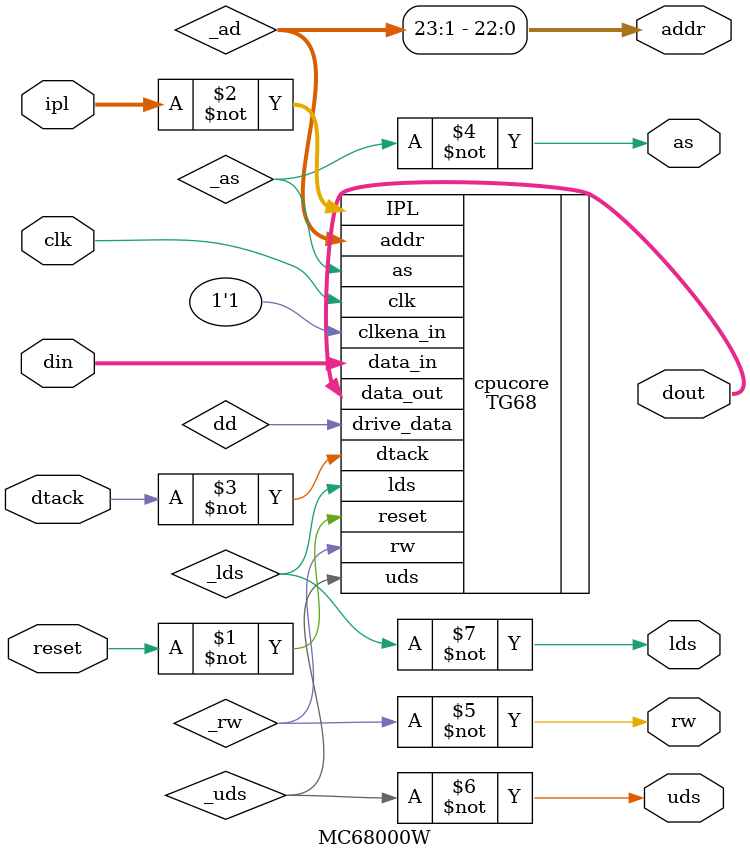
<source format=v>

module MAIN
(
	input				cpuclk,

	input				reset,
	output			clk,
	output [22:0]	adr,
	output			as,
	output			rw,
	output			lds,
	output			uds,
	output [15:0]	od,

	input	  [2:0]	ipl,

	input				inp_dtack,
	input				inp_dv,
	input  [15:0]	inp_dt,

	input				vid_dtack,
	input				vid_dv,
	input  [15:0]	vid_dt,
	
	input				snd_dtack,
	input				snd_dv,
	input  [15:0]	snd_dt,
	

	input				DLCL,		// Downloaded ROM image
	input  [16:0]	DLAD,
	input   [7:0]	DLDT,
	input				DLEN
);
// Program ROM
wire [15:0] rom_dt;
wire			rom_dv;
wire			rom_dtack;
PROGROM prog( reset, clk, adr, as, rw, lds, uds, rom_dtack, rom_dv, rom_dt, DLCL,DLAD,DLDT,DLEN );

// Work RAM
wire [15:0] wrm_dt;
wire			wrm_dv;
wire			wrm_dtack;
WORKRAM wram( reset, clk, adr, as, rw, lds, uds, od, wrm_dtack, wrm_dv, wrm_dt );

// DataBus
wire	dtack =
			inp_dtack |
			vid_dtack |
			snd_dtack |
			wrm_dtack |
			rom_dtack ;

wire [15:0] din;
DSEL5x16 mcpudsel( din,
			inp_dv, inp_dt,
			vid_dv, vid_dt,
			snd_dv, snd_dt,
			wrm_dv, wrm_dt,
			rom_dv, rom_dt
);

// CPU core
MC68000W cpu
(
	.clk(cpuclk),
	.reset(reset),
	.din(din),
	.ipl(ipl),
	.dtack(dtack),
	.addr(adr),
	.dout(od),
	.as(as),
	.uds(uds),
	.lds(lds),
	.rw(rw)
);

assign clk = ~cpuclk;

endmodule


module DSEL5x16
(
	output [15:0] odt, 

	input en0, input [15:0] dt0,
	input en1, input [15:0] dt1,
	input en2, input [15:0] dt2,
	input en3, input [15:0] dt3,
	input en4, input [15:0] dt4
);

assign odt = en0 ? dt0 :
				 en1 ? dt1 :
				 en2 ? dt2 :
				 en3 ? dt3 :
				 en4 ? dt4 :
				 16'h0;

endmodule


module PROGROM
(
	input				reset,
	input				cl,
	input  [22:0]	ad,
	input				as,
	input				rw,
	input				lds,
	input				uds,
	output reg		dtack,
	output			dv,
	output [15:0]	dt,

	input				DLCL,		// Downloaded ROM image
	input  [16:0]	DLAD,
	input   [7:0]	DLDT,
	input				DLEN
);

// Address decoder
wire rom_cs = as & (ad[22:21]==2'b00) & (ad[15]==1'b0) & (lds|uds); 

// DTACK
always @(posedge cl) begin
	if (reset) dtack <= 0;
	else dtack <= rom_cs;
end

// ROMs
wire [15:0] r0dt,r1dt,r2dt,r3dt;
PRGxROM r0(cl,ad[12:0],r0dt, DLCL,DLAD,DLDT,DLEN & (DLAD[16:14]==3'b0_00));
PRGxROM r1(cl,ad[12:0],r1dt, DLCL,DLAD,DLDT,DLEN & (DLAD[16:14]==3'b0_01));
PRGxROM r2(cl,ad[12:0],r2dt, DLCL,DLAD,DLDT,DLEN & (DLAD[16:14]==3'b0_10));
PRGxROM r3(cl,ad[12:0],r3dt, DLCL,DLAD,DLDT,DLEN & (DLAD[16:14]==3'b0_11));

// CPU read data
assign dv = rom_cs & (~rw);
assign dt = (ad[14:13]==2'd0) ? r0dt :
				(ad[14:13]==2'd1) ? r1dt :
				(ad[14:13]==2'd2) ? r2dt :
										  r3dt ;

endmodule


module WORKRAM
(
	input				reset,
	input				cl,
	input  [22:0]	ad,
	input				as,
	input				rw,
	input				lds,
	input				uds,
	input	 [15:0]	od,

	output reg		dtack,
	output			dv,
	output [15:0]	id
);

// Address decoders
wire cs_m14 = as & (ad[22:21]==2'b00) & (ad[15:13]==3'b1_01);	// $014000-$014FFF
wire cs_m18 = as & (ad[22:21]==2'b00) & (ad[15:13]==3'b1_10);	// $018000-$018FFF

// DTACK
wire axs = (cs_m14 | cs_m18) & (uds|lds);
always @( posedge cl ) begin
	if (reset) dtack <= 0;
	else dtack <= axs;
end

// RAMs
wire [15:0] m14_dt, m18_dt;
RAM_W #(11) wm14( cl, ad[10:0], cs_m14, rw, lds, uds, od, m14_dt );
RAM_W #(11) wm18( cl, ad[10:0], cs_m18, rw, lds, uds, od, m18_dt );

// CPU read data
assign dv = axs & (~rw);
assign id = cs_m14 ? m14_dt :
			   cs_m18 ? m18_dt :
			   16'h0;

endmodule


module IRQGEN
(
	input  [8:0]	PV,
	input  [1:0]	IRQA,

	input				reset,
	input				clk,
	output [2:0]	IRQ
);

reg IRQ1,IRQ2;

reg [1:0] pIRQA;
reg [8:0] pPV;
always @(posedge clk or posedge reset) begin
	if (reset) begin
		pIRQA <= 0;
		pPV   <= 0;
		IRQ1  <= 0;
		IRQ2  <= 0;
	end
	else begin
		if ((pIRQA[0]^IRQA[0]) & ~IRQA[0]) IRQ1 <= 0;
		if ((pIRQA[1]^IRQA[1]) & ~IRQA[1]) IRQ2 <= 0;

		if (pPV!=PV) begin
			case (PV)
			0,64,128,192: IRQ1 <= IRQA[0];
			         224: IRQ2 <= IRQA[1];
			default:;
			endcase
		end

		pIRQA <= IRQA;
		pPV   <= PV;
	end
end

assign IRQ = {1'b0,IRQ2,IRQ1};

endmodule


//	MC68000-IP wrapper
module MC68000W
(
	input				clk,
	input				reset,
	input	 [15:0]	din,
	input				dtack,
	input	  [2:0]	ipl,
	output [22:0]	addr,
	output [15:0]	dout,
	output			as,
	output			uds,
	output			lds,
	output			rw
);

wire dd;

wire [31:0] _ad;
wire _uds, _lds, _rw, _as;

TG68 cpucore
(
	.clk(clk),
	.reset(~reset),
	.clkena_in(1'b1),
	.data_in(din),
	.IPL(~ipl),
	.dtack(~dtack),
	.addr(_ad),
	.data_out(dout),
	.as(_as),
	.uds(_uds),
	.lds(_lds),
	.rw(_rw),
	.drive_data(dd)
);
	
assign as	= ~_as;
assign rw   = ~_rw;
assign uds  = ~_uds;
assign lds  = ~_lds;

assign addr = _ad[23:1];

endmodule


</source>
